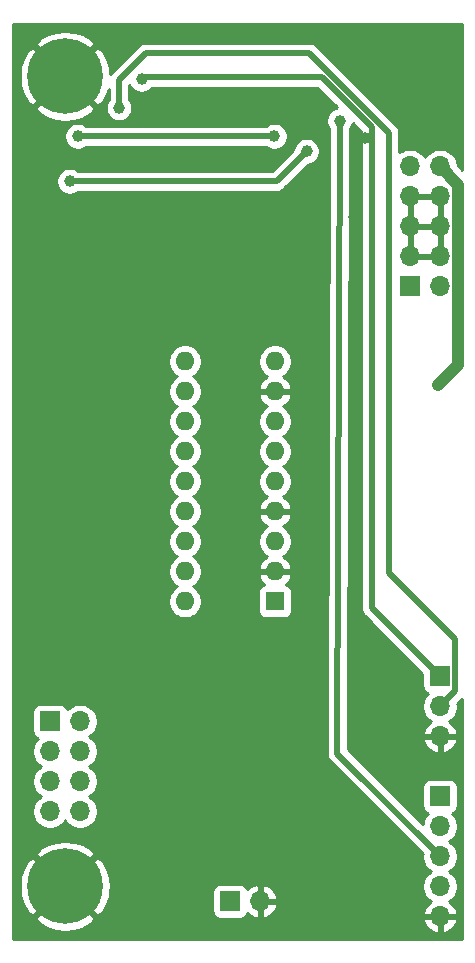
<source format=gbr>
G04 #@! TF.GenerationSoftware,KiCad,Pcbnew,5.1.6-c6e7f7d~86~ubuntu18.04.1*
G04 #@! TF.CreationDate,2020-06-20T09:56:21-04:00*
G04 #@! TF.ProjectId,five_pulser_board,66697665-5f70-4756-9c73-65725f626f61,rev?*
G04 #@! TF.SameCoordinates,Original*
G04 #@! TF.FileFunction,Copper,L2,Bot*
G04 #@! TF.FilePolarity,Positive*
%FSLAX46Y46*%
G04 Gerber Fmt 4.6, Leading zero omitted, Abs format (unit mm)*
G04 Created by KiCad (PCBNEW 5.1.6-c6e7f7d~86~ubuntu18.04.1) date 2020-06-20 09:56:21*
%MOMM*%
%LPD*%
G01*
G04 APERTURE LIST*
G04 #@! TA.AperFunction,ComponentPad*
%ADD10O,1.700000X1.700000*%
G04 #@! TD*
G04 #@! TA.AperFunction,ComponentPad*
%ADD11R,1.700000X1.700000*%
G04 #@! TD*
G04 #@! TA.AperFunction,ComponentPad*
%ADD12O,1.600000X1.600000*%
G04 #@! TD*
G04 #@! TA.AperFunction,ComponentPad*
%ADD13R,1.600000X1.600000*%
G04 #@! TD*
G04 #@! TA.AperFunction,ComponentPad*
%ADD14C,0.800000*%
G04 #@! TD*
G04 #@! TA.AperFunction,ComponentPad*
%ADD15C,6.400000*%
G04 #@! TD*
G04 #@! TA.AperFunction,ViaPad*
%ADD16C,1.000000*%
G04 #@! TD*
G04 #@! TA.AperFunction,Conductor*
%ADD17C,0.500000*%
G04 #@! TD*
G04 #@! TA.AperFunction,Conductor*
%ADD18C,1.000000*%
G04 #@! TD*
G04 #@! TA.AperFunction,Conductor*
%ADD19C,0.254000*%
G04 #@! TD*
G04 APERTURE END LIST*
D10*
X113030000Y-50800000D03*
X110490000Y-50800000D03*
X113030000Y-53340000D03*
X110490000Y-53340000D03*
X113030000Y-55880000D03*
X110490000Y-55880000D03*
X113030000Y-58420000D03*
X110490000Y-58420000D03*
X113030000Y-60960000D03*
D11*
X110490000Y-60960000D03*
D10*
X82550000Y-105410000D03*
X80010000Y-105410000D03*
X82550000Y-102870000D03*
X80010000Y-102870000D03*
X82550000Y-100330000D03*
X80010000Y-100330000D03*
X82550000Y-97790000D03*
D11*
X80010000Y-97790000D03*
D12*
X91440000Y-87630000D03*
X99060000Y-67310000D03*
X91440000Y-85090000D03*
X99060000Y-69850000D03*
X91440000Y-82550000D03*
X99060000Y-72390000D03*
X91440000Y-80010000D03*
X99060000Y-74930000D03*
X91440000Y-77470000D03*
X99060000Y-77470000D03*
X91440000Y-74930000D03*
X99060000Y-80010000D03*
X91440000Y-72390000D03*
X99060000Y-82550000D03*
X91440000Y-69850000D03*
X99060000Y-85090000D03*
X91440000Y-67310000D03*
D13*
X99060000Y-87630000D03*
D10*
X97790000Y-113030000D03*
D11*
X95250000Y-113030000D03*
D10*
X113030000Y-99060000D03*
X113030000Y-96520000D03*
D11*
X113030000Y-93980000D03*
D10*
X113030000Y-114300000D03*
X113030000Y-111760000D03*
X113030000Y-109220000D03*
X113030000Y-106680000D03*
D11*
X113030000Y-104140000D03*
D14*
X82977056Y-41482944D03*
X81280000Y-40780000D03*
X79582944Y-41482944D03*
X78880000Y-43180000D03*
X79582944Y-44877056D03*
X81280000Y-45580000D03*
X82977056Y-44877056D03*
X83680000Y-43180000D03*
D15*
X81280000Y-43180000D03*
D14*
X82977056Y-110062944D03*
X81280000Y-109360000D03*
X79582944Y-110062944D03*
X78880000Y-111760000D03*
X79582944Y-113457056D03*
X81280000Y-114160000D03*
X82977056Y-113457056D03*
X83680000Y-111760000D03*
D15*
X81280000Y-111760000D03*
D16*
X104521000Y-46926500D03*
X112268000Y-46228000D03*
X110109000Y-43751500D03*
X93980000Y-96901000D03*
X90741500Y-93916500D03*
X93980000Y-101600000D03*
X93980000Y-105410000D03*
X114046000Y-40068500D03*
X96647000Y-39433500D03*
X106680000Y-48387000D03*
X105727500Y-55054500D03*
X105791000Y-79946500D03*
X105727500Y-69850000D03*
X105791000Y-62230000D03*
X101727000Y-49530000D03*
X81661000Y-52070009D03*
X85852000Y-45847000D03*
X87757000Y-43434000D03*
X112839500Y-69342000D03*
X82359500Y-48260000D03*
X98996500Y-48260000D03*
D17*
X104330500Y-100520500D02*
X113030000Y-109220000D01*
X104521000Y-46926500D02*
X104330500Y-100520500D01*
X99186991Y-52070009D02*
X81661000Y-52070009D01*
X101727000Y-49530000D02*
X99186991Y-52070009D01*
X114330001Y-95219999D02*
X114330001Y-90835001D01*
X113030000Y-96520000D02*
X114330001Y-95219999D01*
X114330001Y-90835001D02*
X108712000Y-85217000D01*
X108712000Y-47959536D02*
X101963964Y-41211500D01*
X108712000Y-85217000D02*
X108712000Y-47959536D01*
X101963964Y-41211500D02*
X88138000Y-41211500D01*
X85852000Y-43497500D02*
X85852000Y-45847000D01*
X88138000Y-41211500D02*
X85852000Y-43497500D01*
X103006002Y-43243500D02*
X87947500Y-43243500D01*
X107251500Y-47488998D02*
X103006002Y-43243500D01*
X113030000Y-93980000D02*
X107251500Y-88201500D01*
X87947500Y-43243500D02*
X87757000Y-43434000D01*
X107251500Y-88201500D02*
X107251500Y-49657000D01*
X107251500Y-49657000D02*
X107251500Y-47488998D01*
D18*
X114580001Y-52350001D02*
X113030000Y-50800000D01*
X114580001Y-67601499D02*
X114580001Y-52350001D01*
X112839500Y-69342000D02*
X114580001Y-67601499D01*
D17*
X82359500Y-48260000D02*
X98996500Y-48260000D01*
D19*
G36*
X114910001Y-51074869D02*
G01*
X114515000Y-50679869D01*
X114515000Y-50653740D01*
X114457932Y-50366842D01*
X114345990Y-50096589D01*
X114183475Y-49853368D01*
X113976632Y-49646525D01*
X113733411Y-49484010D01*
X113463158Y-49372068D01*
X113176260Y-49315000D01*
X112883740Y-49315000D01*
X112596842Y-49372068D01*
X112326589Y-49484010D01*
X112083368Y-49646525D01*
X111876525Y-49853368D01*
X111760000Y-50027760D01*
X111643475Y-49853368D01*
X111436632Y-49646525D01*
X111193411Y-49484010D01*
X110923158Y-49372068D01*
X110636260Y-49315000D01*
X110343740Y-49315000D01*
X110056842Y-49372068D01*
X109786589Y-49484010D01*
X109597000Y-49610689D01*
X109597000Y-48003002D01*
X109601281Y-47959535D01*
X109597000Y-47916069D01*
X109597000Y-47916059D01*
X109584195Y-47786046D01*
X109533589Y-47619223D01*
X109451411Y-47465477D01*
X109387667Y-47387805D01*
X109368532Y-47364489D01*
X109368530Y-47364487D01*
X109340817Y-47330719D01*
X109307049Y-47303006D01*
X102620498Y-40616456D01*
X102592781Y-40582683D01*
X102458023Y-40472089D01*
X102304277Y-40389911D01*
X102137454Y-40339305D01*
X102007441Y-40326500D01*
X102007433Y-40326500D01*
X101963964Y-40322219D01*
X101920495Y-40326500D01*
X88181465Y-40326500D01*
X88137999Y-40322219D01*
X88094533Y-40326500D01*
X88094523Y-40326500D01*
X87964510Y-40339305D01*
X87797687Y-40389911D01*
X87643941Y-40472089D01*
X87643939Y-40472090D01*
X87643940Y-40472090D01*
X87542953Y-40554968D01*
X87542951Y-40554970D01*
X87509183Y-40582683D01*
X87481470Y-40616451D01*
X85256956Y-42840966D01*
X85223183Y-42868683D01*
X85114734Y-43000828D01*
X85064178Y-42452062D01*
X84849452Y-41727792D01*
X84497555Y-41059330D01*
X84470548Y-41018912D01*
X83980881Y-40658724D01*
X81459605Y-43180000D01*
X83980881Y-45701276D01*
X84470548Y-45341088D01*
X84830849Y-44677118D01*
X84967000Y-44238272D01*
X84967001Y-45128549D01*
X84846176Y-45309376D01*
X84760617Y-45515933D01*
X84717000Y-45735212D01*
X84717000Y-45958788D01*
X84760617Y-46178067D01*
X84846176Y-46384624D01*
X84970388Y-46570520D01*
X85128480Y-46728612D01*
X85314376Y-46852824D01*
X85520933Y-46938383D01*
X85740212Y-46982000D01*
X85963788Y-46982000D01*
X86183067Y-46938383D01*
X86389624Y-46852824D01*
X86575520Y-46728612D01*
X86733612Y-46570520D01*
X86857824Y-46384624D01*
X86943383Y-46178067D01*
X86987000Y-45958788D01*
X86987000Y-45735212D01*
X86943383Y-45515933D01*
X86857824Y-45309376D01*
X86737000Y-45128550D01*
X86737000Y-43937400D01*
X86751176Y-43971624D01*
X86875388Y-44157520D01*
X87033480Y-44315612D01*
X87219376Y-44439824D01*
X87425933Y-44525383D01*
X87645212Y-44569000D01*
X87868788Y-44569000D01*
X88088067Y-44525383D01*
X88294624Y-44439824D01*
X88480520Y-44315612D01*
X88638612Y-44157520D01*
X88658003Y-44128500D01*
X102639424Y-44128500D01*
X104320141Y-45809217D01*
X104189933Y-45835117D01*
X103983376Y-45920676D01*
X103797480Y-46044888D01*
X103639388Y-46202980D01*
X103515176Y-46388876D01*
X103429617Y-46595433D01*
X103386000Y-46814712D01*
X103386000Y-47038288D01*
X103429617Y-47257567D01*
X103515176Y-47464124D01*
X103633455Y-47641141D01*
X103445655Y-100475452D01*
X103441219Y-100520500D01*
X103449612Y-100605724D01*
X103457694Y-100690888D01*
X103458149Y-100692408D01*
X103458305Y-100693990D01*
X103483153Y-100775900D01*
X103507707Y-100857890D01*
X103508451Y-100859295D01*
X103508912Y-100860813D01*
X103549230Y-100936243D01*
X103589338Y-101011927D01*
X103590342Y-101013159D01*
X103591090Y-101014559D01*
X103645438Y-101080782D01*
X103699452Y-101147077D01*
X103734337Y-101175915D01*
X111559461Y-109001040D01*
X111545000Y-109073740D01*
X111545000Y-109366260D01*
X111602068Y-109653158D01*
X111714010Y-109923411D01*
X111876525Y-110166632D01*
X112083368Y-110373475D01*
X112257760Y-110490000D01*
X112083368Y-110606525D01*
X111876525Y-110813368D01*
X111714010Y-111056589D01*
X111602068Y-111326842D01*
X111545000Y-111613740D01*
X111545000Y-111906260D01*
X111602068Y-112193158D01*
X111714010Y-112463411D01*
X111876525Y-112706632D01*
X112083368Y-112913475D01*
X112265534Y-113035195D01*
X112148645Y-113104822D01*
X111932412Y-113299731D01*
X111758359Y-113533080D01*
X111633175Y-113795901D01*
X111588524Y-113943110D01*
X111709845Y-114173000D01*
X112903000Y-114173000D01*
X112903000Y-114153000D01*
X113157000Y-114153000D01*
X113157000Y-114173000D01*
X114350155Y-114173000D01*
X114471476Y-113943110D01*
X114426825Y-113795901D01*
X114301641Y-113533080D01*
X114127588Y-113299731D01*
X113911355Y-113104822D01*
X113794466Y-113035195D01*
X113976632Y-112913475D01*
X114183475Y-112706632D01*
X114345990Y-112463411D01*
X114457932Y-112193158D01*
X114515000Y-111906260D01*
X114515000Y-111613740D01*
X114457932Y-111326842D01*
X114345990Y-111056589D01*
X114183475Y-110813368D01*
X113976632Y-110606525D01*
X113802240Y-110490000D01*
X113976632Y-110373475D01*
X114183475Y-110166632D01*
X114345990Y-109923411D01*
X114457932Y-109653158D01*
X114515000Y-109366260D01*
X114515000Y-109073740D01*
X114457932Y-108786842D01*
X114345990Y-108516589D01*
X114183475Y-108273368D01*
X113976632Y-108066525D01*
X113802240Y-107950000D01*
X113976632Y-107833475D01*
X114183475Y-107626632D01*
X114345990Y-107383411D01*
X114457932Y-107113158D01*
X114515000Y-106826260D01*
X114515000Y-106533740D01*
X114457932Y-106246842D01*
X114345990Y-105976589D01*
X114183475Y-105733368D01*
X114051620Y-105601513D01*
X114124180Y-105579502D01*
X114234494Y-105520537D01*
X114331185Y-105441185D01*
X114410537Y-105344494D01*
X114469502Y-105234180D01*
X114505812Y-105114482D01*
X114518072Y-104990000D01*
X114518072Y-103290000D01*
X114505812Y-103165518D01*
X114469502Y-103045820D01*
X114410537Y-102935506D01*
X114331185Y-102838815D01*
X114234494Y-102759463D01*
X114124180Y-102700498D01*
X114004482Y-102664188D01*
X113880000Y-102651928D01*
X112180000Y-102651928D01*
X112055518Y-102664188D01*
X111935820Y-102700498D01*
X111825506Y-102759463D01*
X111728815Y-102838815D01*
X111649463Y-102935506D01*
X111590498Y-103045820D01*
X111554188Y-103165518D01*
X111541928Y-103290000D01*
X111541928Y-104990000D01*
X111554188Y-105114482D01*
X111590498Y-105234180D01*
X111649463Y-105344494D01*
X111728815Y-105441185D01*
X111825506Y-105520537D01*
X111935820Y-105579502D01*
X112008380Y-105601513D01*
X111876525Y-105733368D01*
X111714010Y-105976589D01*
X111602068Y-106246842D01*
X111553348Y-106491770D01*
X105216803Y-100155225D01*
X105219427Y-99416890D01*
X111588524Y-99416890D01*
X111633175Y-99564099D01*
X111758359Y-99826920D01*
X111932412Y-100060269D01*
X112148645Y-100255178D01*
X112398748Y-100404157D01*
X112673109Y-100501481D01*
X112903000Y-100380814D01*
X112903000Y-99187000D01*
X113157000Y-99187000D01*
X113157000Y-100380814D01*
X113386891Y-100501481D01*
X113661252Y-100404157D01*
X113911355Y-100255178D01*
X114127588Y-100060269D01*
X114301641Y-99826920D01*
X114426825Y-99564099D01*
X114471476Y-99416890D01*
X114350155Y-99187000D01*
X113157000Y-99187000D01*
X112903000Y-99187000D01*
X111709845Y-99187000D01*
X111588524Y-99416890D01*
X105219427Y-99416890D01*
X105403437Y-47648785D01*
X105526824Y-47464124D01*
X105612383Y-47257567D01*
X105638283Y-47127359D01*
X106366501Y-47855578D01*
X106366500Y-49700476D01*
X106366501Y-49700486D01*
X106366500Y-88158031D01*
X106362219Y-88201500D01*
X106366500Y-88244969D01*
X106366500Y-88244976D01*
X106379305Y-88374989D01*
X106429911Y-88541812D01*
X106512089Y-88695558D01*
X106622683Y-88830317D01*
X106656456Y-88858034D01*
X111541928Y-93743507D01*
X111541928Y-94830000D01*
X111554188Y-94954482D01*
X111590498Y-95074180D01*
X111649463Y-95184494D01*
X111728815Y-95281185D01*
X111825506Y-95360537D01*
X111935820Y-95419502D01*
X112008380Y-95441513D01*
X111876525Y-95573368D01*
X111714010Y-95816589D01*
X111602068Y-96086842D01*
X111545000Y-96373740D01*
X111545000Y-96666260D01*
X111602068Y-96953158D01*
X111714010Y-97223411D01*
X111876525Y-97466632D01*
X112083368Y-97673475D01*
X112265534Y-97795195D01*
X112148645Y-97864822D01*
X111932412Y-98059731D01*
X111758359Y-98293080D01*
X111633175Y-98555901D01*
X111588524Y-98703110D01*
X111709845Y-98933000D01*
X112903000Y-98933000D01*
X112903000Y-98913000D01*
X113157000Y-98913000D01*
X113157000Y-98933000D01*
X114350155Y-98933000D01*
X114471476Y-98703110D01*
X114426825Y-98555901D01*
X114301641Y-98293080D01*
X114127588Y-98059731D01*
X113911355Y-97864822D01*
X113794466Y-97795195D01*
X113976632Y-97673475D01*
X114183475Y-97466632D01*
X114345990Y-97223411D01*
X114457932Y-96953158D01*
X114515000Y-96666260D01*
X114515000Y-96373740D01*
X114500539Y-96301040D01*
X114910000Y-95891579D01*
X114910000Y-116180000D01*
X76860000Y-116180000D01*
X76860000Y-114460881D01*
X78758724Y-114460881D01*
X79118912Y-114950548D01*
X79782882Y-115310849D01*
X80504385Y-115534694D01*
X81255695Y-115613480D01*
X82007938Y-115544178D01*
X82732208Y-115329452D01*
X83400670Y-114977555D01*
X83441088Y-114950548D01*
X83657096Y-114656890D01*
X111588524Y-114656890D01*
X111633175Y-114804099D01*
X111758359Y-115066920D01*
X111932412Y-115300269D01*
X112148645Y-115495178D01*
X112398748Y-115644157D01*
X112673109Y-115741481D01*
X112903000Y-115620814D01*
X112903000Y-114427000D01*
X113157000Y-114427000D01*
X113157000Y-115620814D01*
X113386891Y-115741481D01*
X113661252Y-115644157D01*
X113911355Y-115495178D01*
X114127588Y-115300269D01*
X114301641Y-115066920D01*
X114426825Y-114804099D01*
X114471476Y-114656890D01*
X114350155Y-114427000D01*
X113157000Y-114427000D01*
X112903000Y-114427000D01*
X111709845Y-114427000D01*
X111588524Y-114656890D01*
X83657096Y-114656890D01*
X83801276Y-114460881D01*
X81280000Y-111939605D01*
X78758724Y-114460881D01*
X76860000Y-114460881D01*
X76860000Y-111735695D01*
X77426520Y-111735695D01*
X77495822Y-112487938D01*
X77710548Y-113212208D01*
X78062445Y-113880670D01*
X78089452Y-113921088D01*
X78579119Y-114281276D01*
X81100395Y-111760000D01*
X81459605Y-111760000D01*
X83980881Y-114281276D01*
X84470548Y-113921088D01*
X84830849Y-113257118D01*
X85054694Y-112535615D01*
X85091985Y-112180000D01*
X93761928Y-112180000D01*
X93761928Y-113880000D01*
X93774188Y-114004482D01*
X93810498Y-114124180D01*
X93869463Y-114234494D01*
X93948815Y-114331185D01*
X94045506Y-114410537D01*
X94155820Y-114469502D01*
X94275518Y-114505812D01*
X94400000Y-114518072D01*
X96100000Y-114518072D01*
X96224482Y-114505812D01*
X96344180Y-114469502D01*
X96454494Y-114410537D01*
X96551185Y-114331185D01*
X96630537Y-114234494D01*
X96689502Y-114124180D01*
X96713966Y-114043534D01*
X96789731Y-114127588D01*
X97023080Y-114301641D01*
X97285901Y-114426825D01*
X97433110Y-114471476D01*
X97663000Y-114350155D01*
X97663000Y-113157000D01*
X97917000Y-113157000D01*
X97917000Y-114350155D01*
X98146890Y-114471476D01*
X98294099Y-114426825D01*
X98556920Y-114301641D01*
X98790269Y-114127588D01*
X98985178Y-113911355D01*
X99134157Y-113661252D01*
X99231481Y-113386891D01*
X99110814Y-113157000D01*
X97917000Y-113157000D01*
X97663000Y-113157000D01*
X97643000Y-113157000D01*
X97643000Y-112903000D01*
X97663000Y-112903000D01*
X97663000Y-111709845D01*
X97917000Y-111709845D01*
X97917000Y-112903000D01*
X99110814Y-112903000D01*
X99231481Y-112673109D01*
X99134157Y-112398748D01*
X98985178Y-112148645D01*
X98790269Y-111932412D01*
X98556920Y-111758359D01*
X98294099Y-111633175D01*
X98146890Y-111588524D01*
X97917000Y-111709845D01*
X97663000Y-111709845D01*
X97433110Y-111588524D01*
X97285901Y-111633175D01*
X97023080Y-111758359D01*
X96789731Y-111932412D01*
X96713966Y-112016466D01*
X96689502Y-111935820D01*
X96630537Y-111825506D01*
X96551185Y-111728815D01*
X96454494Y-111649463D01*
X96344180Y-111590498D01*
X96224482Y-111554188D01*
X96100000Y-111541928D01*
X94400000Y-111541928D01*
X94275518Y-111554188D01*
X94155820Y-111590498D01*
X94045506Y-111649463D01*
X93948815Y-111728815D01*
X93869463Y-111825506D01*
X93810498Y-111935820D01*
X93774188Y-112055518D01*
X93761928Y-112180000D01*
X85091985Y-112180000D01*
X85133480Y-111784305D01*
X85064178Y-111032062D01*
X84849452Y-110307792D01*
X84497555Y-109639330D01*
X84470548Y-109598912D01*
X83980881Y-109238724D01*
X81459605Y-111760000D01*
X81100395Y-111760000D01*
X78579119Y-109238724D01*
X78089452Y-109598912D01*
X77729151Y-110262882D01*
X77505306Y-110984385D01*
X77426520Y-111735695D01*
X76860000Y-111735695D01*
X76860000Y-109059119D01*
X78758724Y-109059119D01*
X81280000Y-111580395D01*
X83801276Y-109059119D01*
X83441088Y-108569452D01*
X82777118Y-108209151D01*
X82055615Y-107985306D01*
X81304305Y-107906520D01*
X80552062Y-107975822D01*
X79827792Y-108190548D01*
X79159330Y-108542445D01*
X79118912Y-108569452D01*
X78758724Y-109059119D01*
X76860000Y-109059119D01*
X76860000Y-96940000D01*
X78521928Y-96940000D01*
X78521928Y-98640000D01*
X78534188Y-98764482D01*
X78570498Y-98884180D01*
X78629463Y-98994494D01*
X78708815Y-99091185D01*
X78805506Y-99170537D01*
X78915820Y-99229502D01*
X78988380Y-99251513D01*
X78856525Y-99383368D01*
X78694010Y-99626589D01*
X78582068Y-99896842D01*
X78525000Y-100183740D01*
X78525000Y-100476260D01*
X78582068Y-100763158D01*
X78694010Y-101033411D01*
X78856525Y-101276632D01*
X79063368Y-101483475D01*
X79237760Y-101600000D01*
X79063368Y-101716525D01*
X78856525Y-101923368D01*
X78694010Y-102166589D01*
X78582068Y-102436842D01*
X78525000Y-102723740D01*
X78525000Y-103016260D01*
X78582068Y-103303158D01*
X78694010Y-103573411D01*
X78856525Y-103816632D01*
X79063368Y-104023475D01*
X79237760Y-104140000D01*
X79063368Y-104256525D01*
X78856525Y-104463368D01*
X78694010Y-104706589D01*
X78582068Y-104976842D01*
X78525000Y-105263740D01*
X78525000Y-105556260D01*
X78582068Y-105843158D01*
X78694010Y-106113411D01*
X78856525Y-106356632D01*
X79063368Y-106563475D01*
X79306589Y-106725990D01*
X79576842Y-106837932D01*
X79863740Y-106895000D01*
X80156260Y-106895000D01*
X80443158Y-106837932D01*
X80713411Y-106725990D01*
X80956632Y-106563475D01*
X81163475Y-106356632D01*
X81280000Y-106182240D01*
X81396525Y-106356632D01*
X81603368Y-106563475D01*
X81846589Y-106725990D01*
X82116842Y-106837932D01*
X82403740Y-106895000D01*
X82696260Y-106895000D01*
X82983158Y-106837932D01*
X83253411Y-106725990D01*
X83496632Y-106563475D01*
X83703475Y-106356632D01*
X83865990Y-106113411D01*
X83977932Y-105843158D01*
X84035000Y-105556260D01*
X84035000Y-105263740D01*
X83977932Y-104976842D01*
X83865990Y-104706589D01*
X83703475Y-104463368D01*
X83496632Y-104256525D01*
X83322240Y-104140000D01*
X83496632Y-104023475D01*
X83703475Y-103816632D01*
X83865990Y-103573411D01*
X83977932Y-103303158D01*
X84035000Y-103016260D01*
X84035000Y-102723740D01*
X83977932Y-102436842D01*
X83865990Y-102166589D01*
X83703475Y-101923368D01*
X83496632Y-101716525D01*
X83322240Y-101600000D01*
X83496632Y-101483475D01*
X83703475Y-101276632D01*
X83865990Y-101033411D01*
X83977932Y-100763158D01*
X84035000Y-100476260D01*
X84035000Y-100183740D01*
X83977932Y-99896842D01*
X83865990Y-99626589D01*
X83703475Y-99383368D01*
X83496632Y-99176525D01*
X83322240Y-99060000D01*
X83496632Y-98943475D01*
X83703475Y-98736632D01*
X83865990Y-98493411D01*
X83977932Y-98223158D01*
X84035000Y-97936260D01*
X84035000Y-97643740D01*
X83977932Y-97356842D01*
X83865990Y-97086589D01*
X83703475Y-96843368D01*
X83496632Y-96636525D01*
X83253411Y-96474010D01*
X82983158Y-96362068D01*
X82696260Y-96305000D01*
X82403740Y-96305000D01*
X82116842Y-96362068D01*
X81846589Y-96474010D01*
X81603368Y-96636525D01*
X81471513Y-96768380D01*
X81449502Y-96695820D01*
X81390537Y-96585506D01*
X81311185Y-96488815D01*
X81214494Y-96409463D01*
X81104180Y-96350498D01*
X80984482Y-96314188D01*
X80860000Y-96301928D01*
X79160000Y-96301928D01*
X79035518Y-96314188D01*
X78915820Y-96350498D01*
X78805506Y-96409463D01*
X78708815Y-96488815D01*
X78629463Y-96585506D01*
X78570498Y-96695820D01*
X78534188Y-96815518D01*
X78521928Y-96940000D01*
X76860000Y-96940000D01*
X76860000Y-67168665D01*
X90005000Y-67168665D01*
X90005000Y-67451335D01*
X90060147Y-67728574D01*
X90168320Y-67989727D01*
X90325363Y-68224759D01*
X90525241Y-68424637D01*
X90757759Y-68580000D01*
X90525241Y-68735363D01*
X90325363Y-68935241D01*
X90168320Y-69170273D01*
X90060147Y-69431426D01*
X90005000Y-69708665D01*
X90005000Y-69991335D01*
X90060147Y-70268574D01*
X90168320Y-70529727D01*
X90325363Y-70764759D01*
X90525241Y-70964637D01*
X90757759Y-71120000D01*
X90525241Y-71275363D01*
X90325363Y-71475241D01*
X90168320Y-71710273D01*
X90060147Y-71971426D01*
X90005000Y-72248665D01*
X90005000Y-72531335D01*
X90060147Y-72808574D01*
X90168320Y-73069727D01*
X90325363Y-73304759D01*
X90525241Y-73504637D01*
X90757759Y-73660000D01*
X90525241Y-73815363D01*
X90325363Y-74015241D01*
X90168320Y-74250273D01*
X90060147Y-74511426D01*
X90005000Y-74788665D01*
X90005000Y-75071335D01*
X90060147Y-75348574D01*
X90168320Y-75609727D01*
X90325363Y-75844759D01*
X90525241Y-76044637D01*
X90757759Y-76200000D01*
X90525241Y-76355363D01*
X90325363Y-76555241D01*
X90168320Y-76790273D01*
X90060147Y-77051426D01*
X90005000Y-77328665D01*
X90005000Y-77611335D01*
X90060147Y-77888574D01*
X90168320Y-78149727D01*
X90325363Y-78384759D01*
X90525241Y-78584637D01*
X90757759Y-78740000D01*
X90525241Y-78895363D01*
X90325363Y-79095241D01*
X90168320Y-79330273D01*
X90060147Y-79591426D01*
X90005000Y-79868665D01*
X90005000Y-80151335D01*
X90060147Y-80428574D01*
X90168320Y-80689727D01*
X90325363Y-80924759D01*
X90525241Y-81124637D01*
X90757759Y-81280000D01*
X90525241Y-81435363D01*
X90325363Y-81635241D01*
X90168320Y-81870273D01*
X90060147Y-82131426D01*
X90005000Y-82408665D01*
X90005000Y-82691335D01*
X90060147Y-82968574D01*
X90168320Y-83229727D01*
X90325363Y-83464759D01*
X90525241Y-83664637D01*
X90757759Y-83820000D01*
X90525241Y-83975363D01*
X90325363Y-84175241D01*
X90168320Y-84410273D01*
X90060147Y-84671426D01*
X90005000Y-84948665D01*
X90005000Y-85231335D01*
X90060147Y-85508574D01*
X90168320Y-85769727D01*
X90325363Y-86004759D01*
X90525241Y-86204637D01*
X90757759Y-86360000D01*
X90525241Y-86515363D01*
X90325363Y-86715241D01*
X90168320Y-86950273D01*
X90060147Y-87211426D01*
X90005000Y-87488665D01*
X90005000Y-87771335D01*
X90060147Y-88048574D01*
X90168320Y-88309727D01*
X90325363Y-88544759D01*
X90525241Y-88744637D01*
X90760273Y-88901680D01*
X91021426Y-89009853D01*
X91298665Y-89065000D01*
X91581335Y-89065000D01*
X91858574Y-89009853D01*
X92119727Y-88901680D01*
X92354759Y-88744637D01*
X92554637Y-88544759D01*
X92711680Y-88309727D01*
X92819853Y-88048574D01*
X92875000Y-87771335D01*
X92875000Y-87488665D01*
X92819853Y-87211426D01*
X92711680Y-86950273D01*
X92631317Y-86830000D01*
X97621928Y-86830000D01*
X97621928Y-88430000D01*
X97634188Y-88554482D01*
X97670498Y-88674180D01*
X97729463Y-88784494D01*
X97808815Y-88881185D01*
X97905506Y-88960537D01*
X98015820Y-89019502D01*
X98135518Y-89055812D01*
X98260000Y-89068072D01*
X99860000Y-89068072D01*
X99984482Y-89055812D01*
X100104180Y-89019502D01*
X100214494Y-88960537D01*
X100311185Y-88881185D01*
X100390537Y-88784494D01*
X100449502Y-88674180D01*
X100485812Y-88554482D01*
X100498072Y-88430000D01*
X100498072Y-86830000D01*
X100485812Y-86705518D01*
X100449502Y-86585820D01*
X100390537Y-86475506D01*
X100311185Y-86378815D01*
X100214494Y-86299463D01*
X100104180Y-86240498D01*
X99984482Y-86204188D01*
X99959920Y-86201769D01*
X100123519Y-86053414D01*
X100291037Y-85827420D01*
X100411246Y-85573087D01*
X100451904Y-85439039D01*
X100329915Y-85217000D01*
X99187000Y-85217000D01*
X99187000Y-85237000D01*
X98933000Y-85237000D01*
X98933000Y-85217000D01*
X97790085Y-85217000D01*
X97668096Y-85439039D01*
X97708754Y-85573087D01*
X97828963Y-85827420D01*
X97996481Y-86053414D01*
X98160080Y-86201769D01*
X98135518Y-86204188D01*
X98015820Y-86240498D01*
X97905506Y-86299463D01*
X97808815Y-86378815D01*
X97729463Y-86475506D01*
X97670498Y-86585820D01*
X97634188Y-86705518D01*
X97621928Y-86830000D01*
X92631317Y-86830000D01*
X92554637Y-86715241D01*
X92354759Y-86515363D01*
X92122241Y-86360000D01*
X92354759Y-86204637D01*
X92554637Y-86004759D01*
X92711680Y-85769727D01*
X92819853Y-85508574D01*
X92875000Y-85231335D01*
X92875000Y-84948665D01*
X92819853Y-84671426D01*
X92711680Y-84410273D01*
X92554637Y-84175241D01*
X92354759Y-83975363D01*
X92122241Y-83820000D01*
X92354759Y-83664637D01*
X92554637Y-83464759D01*
X92711680Y-83229727D01*
X92819853Y-82968574D01*
X92875000Y-82691335D01*
X92875000Y-82408665D01*
X97625000Y-82408665D01*
X97625000Y-82691335D01*
X97680147Y-82968574D01*
X97788320Y-83229727D01*
X97945363Y-83464759D01*
X98145241Y-83664637D01*
X98380273Y-83821680D01*
X98390865Y-83826067D01*
X98204869Y-83937615D01*
X97996481Y-84126586D01*
X97828963Y-84352580D01*
X97708754Y-84606913D01*
X97668096Y-84740961D01*
X97790085Y-84963000D01*
X98933000Y-84963000D01*
X98933000Y-84943000D01*
X99187000Y-84943000D01*
X99187000Y-84963000D01*
X100329915Y-84963000D01*
X100451904Y-84740961D01*
X100411246Y-84606913D01*
X100291037Y-84352580D01*
X100123519Y-84126586D01*
X99915131Y-83937615D01*
X99729135Y-83826067D01*
X99739727Y-83821680D01*
X99974759Y-83664637D01*
X100174637Y-83464759D01*
X100331680Y-83229727D01*
X100439853Y-82968574D01*
X100495000Y-82691335D01*
X100495000Y-82408665D01*
X100439853Y-82131426D01*
X100331680Y-81870273D01*
X100174637Y-81635241D01*
X99974759Y-81435363D01*
X99739727Y-81278320D01*
X99729135Y-81273933D01*
X99915131Y-81162385D01*
X100123519Y-80973414D01*
X100291037Y-80747420D01*
X100411246Y-80493087D01*
X100451904Y-80359039D01*
X100329915Y-80137000D01*
X99187000Y-80137000D01*
X99187000Y-80157000D01*
X98933000Y-80157000D01*
X98933000Y-80137000D01*
X97790085Y-80137000D01*
X97668096Y-80359039D01*
X97708754Y-80493087D01*
X97828963Y-80747420D01*
X97996481Y-80973414D01*
X98204869Y-81162385D01*
X98390865Y-81273933D01*
X98380273Y-81278320D01*
X98145241Y-81435363D01*
X97945363Y-81635241D01*
X97788320Y-81870273D01*
X97680147Y-82131426D01*
X97625000Y-82408665D01*
X92875000Y-82408665D01*
X92819853Y-82131426D01*
X92711680Y-81870273D01*
X92554637Y-81635241D01*
X92354759Y-81435363D01*
X92122241Y-81280000D01*
X92354759Y-81124637D01*
X92554637Y-80924759D01*
X92711680Y-80689727D01*
X92819853Y-80428574D01*
X92875000Y-80151335D01*
X92875000Y-79868665D01*
X92819853Y-79591426D01*
X92711680Y-79330273D01*
X92554637Y-79095241D01*
X92354759Y-78895363D01*
X92122241Y-78740000D01*
X92354759Y-78584637D01*
X92554637Y-78384759D01*
X92711680Y-78149727D01*
X92819853Y-77888574D01*
X92875000Y-77611335D01*
X92875000Y-77328665D01*
X92819853Y-77051426D01*
X92711680Y-76790273D01*
X92554637Y-76555241D01*
X92354759Y-76355363D01*
X92122241Y-76200000D01*
X92354759Y-76044637D01*
X92554637Y-75844759D01*
X92711680Y-75609727D01*
X92819853Y-75348574D01*
X92875000Y-75071335D01*
X92875000Y-74788665D01*
X92819853Y-74511426D01*
X92711680Y-74250273D01*
X92554637Y-74015241D01*
X92354759Y-73815363D01*
X92122241Y-73660000D01*
X92354759Y-73504637D01*
X92554637Y-73304759D01*
X92711680Y-73069727D01*
X92819853Y-72808574D01*
X92875000Y-72531335D01*
X92875000Y-72248665D01*
X97625000Y-72248665D01*
X97625000Y-72531335D01*
X97680147Y-72808574D01*
X97788320Y-73069727D01*
X97945363Y-73304759D01*
X98145241Y-73504637D01*
X98377759Y-73660000D01*
X98145241Y-73815363D01*
X97945363Y-74015241D01*
X97788320Y-74250273D01*
X97680147Y-74511426D01*
X97625000Y-74788665D01*
X97625000Y-75071335D01*
X97680147Y-75348574D01*
X97788320Y-75609727D01*
X97945363Y-75844759D01*
X98145241Y-76044637D01*
X98377759Y-76200000D01*
X98145241Y-76355363D01*
X97945363Y-76555241D01*
X97788320Y-76790273D01*
X97680147Y-77051426D01*
X97625000Y-77328665D01*
X97625000Y-77611335D01*
X97680147Y-77888574D01*
X97788320Y-78149727D01*
X97945363Y-78384759D01*
X98145241Y-78584637D01*
X98380273Y-78741680D01*
X98390865Y-78746067D01*
X98204869Y-78857615D01*
X97996481Y-79046586D01*
X97828963Y-79272580D01*
X97708754Y-79526913D01*
X97668096Y-79660961D01*
X97790085Y-79883000D01*
X98933000Y-79883000D01*
X98933000Y-79863000D01*
X99187000Y-79863000D01*
X99187000Y-79883000D01*
X100329915Y-79883000D01*
X100451904Y-79660961D01*
X100411246Y-79526913D01*
X100291037Y-79272580D01*
X100123519Y-79046586D01*
X99915131Y-78857615D01*
X99729135Y-78746067D01*
X99739727Y-78741680D01*
X99974759Y-78584637D01*
X100174637Y-78384759D01*
X100331680Y-78149727D01*
X100439853Y-77888574D01*
X100495000Y-77611335D01*
X100495000Y-77328665D01*
X100439853Y-77051426D01*
X100331680Y-76790273D01*
X100174637Y-76555241D01*
X99974759Y-76355363D01*
X99742241Y-76200000D01*
X99974759Y-76044637D01*
X100174637Y-75844759D01*
X100331680Y-75609727D01*
X100439853Y-75348574D01*
X100495000Y-75071335D01*
X100495000Y-74788665D01*
X100439853Y-74511426D01*
X100331680Y-74250273D01*
X100174637Y-74015241D01*
X99974759Y-73815363D01*
X99742241Y-73660000D01*
X99974759Y-73504637D01*
X100174637Y-73304759D01*
X100331680Y-73069727D01*
X100439853Y-72808574D01*
X100495000Y-72531335D01*
X100495000Y-72248665D01*
X100439853Y-71971426D01*
X100331680Y-71710273D01*
X100174637Y-71475241D01*
X99974759Y-71275363D01*
X99739727Y-71118320D01*
X99729135Y-71113933D01*
X99915131Y-71002385D01*
X100123519Y-70813414D01*
X100291037Y-70587420D01*
X100411246Y-70333087D01*
X100451904Y-70199039D01*
X100329915Y-69977000D01*
X99187000Y-69977000D01*
X99187000Y-69997000D01*
X98933000Y-69997000D01*
X98933000Y-69977000D01*
X97790085Y-69977000D01*
X97668096Y-70199039D01*
X97708754Y-70333087D01*
X97828963Y-70587420D01*
X97996481Y-70813414D01*
X98204869Y-71002385D01*
X98390865Y-71113933D01*
X98380273Y-71118320D01*
X98145241Y-71275363D01*
X97945363Y-71475241D01*
X97788320Y-71710273D01*
X97680147Y-71971426D01*
X97625000Y-72248665D01*
X92875000Y-72248665D01*
X92819853Y-71971426D01*
X92711680Y-71710273D01*
X92554637Y-71475241D01*
X92354759Y-71275363D01*
X92122241Y-71120000D01*
X92354759Y-70964637D01*
X92554637Y-70764759D01*
X92711680Y-70529727D01*
X92819853Y-70268574D01*
X92875000Y-69991335D01*
X92875000Y-69708665D01*
X92819853Y-69431426D01*
X92711680Y-69170273D01*
X92554637Y-68935241D01*
X92354759Y-68735363D01*
X92122241Y-68580000D01*
X92354759Y-68424637D01*
X92554637Y-68224759D01*
X92711680Y-67989727D01*
X92819853Y-67728574D01*
X92875000Y-67451335D01*
X92875000Y-67168665D01*
X97625000Y-67168665D01*
X97625000Y-67451335D01*
X97680147Y-67728574D01*
X97788320Y-67989727D01*
X97945363Y-68224759D01*
X98145241Y-68424637D01*
X98380273Y-68581680D01*
X98390865Y-68586067D01*
X98204869Y-68697615D01*
X97996481Y-68886586D01*
X97828963Y-69112580D01*
X97708754Y-69366913D01*
X97668096Y-69500961D01*
X97790085Y-69723000D01*
X98933000Y-69723000D01*
X98933000Y-69703000D01*
X99187000Y-69703000D01*
X99187000Y-69723000D01*
X100329915Y-69723000D01*
X100451904Y-69500961D01*
X100411246Y-69366913D01*
X100291037Y-69112580D01*
X100123519Y-68886586D01*
X99915131Y-68697615D01*
X99729135Y-68586067D01*
X99739727Y-68581680D01*
X99974759Y-68424637D01*
X100174637Y-68224759D01*
X100331680Y-67989727D01*
X100439853Y-67728574D01*
X100495000Y-67451335D01*
X100495000Y-67168665D01*
X100439853Y-66891426D01*
X100331680Y-66630273D01*
X100174637Y-66395241D01*
X99974759Y-66195363D01*
X99739727Y-66038320D01*
X99478574Y-65930147D01*
X99201335Y-65875000D01*
X98918665Y-65875000D01*
X98641426Y-65930147D01*
X98380273Y-66038320D01*
X98145241Y-66195363D01*
X97945363Y-66395241D01*
X97788320Y-66630273D01*
X97680147Y-66891426D01*
X97625000Y-67168665D01*
X92875000Y-67168665D01*
X92819853Y-66891426D01*
X92711680Y-66630273D01*
X92554637Y-66395241D01*
X92354759Y-66195363D01*
X92119727Y-66038320D01*
X91858574Y-65930147D01*
X91581335Y-65875000D01*
X91298665Y-65875000D01*
X91021426Y-65930147D01*
X90760273Y-66038320D01*
X90525241Y-66195363D01*
X90325363Y-66395241D01*
X90168320Y-66630273D01*
X90060147Y-66891426D01*
X90005000Y-67168665D01*
X76860000Y-67168665D01*
X76860000Y-51958221D01*
X80526000Y-51958221D01*
X80526000Y-52181797D01*
X80569617Y-52401076D01*
X80655176Y-52607633D01*
X80779388Y-52793529D01*
X80937480Y-52951621D01*
X81123376Y-53075833D01*
X81329933Y-53161392D01*
X81549212Y-53205009D01*
X81772788Y-53205009D01*
X81992067Y-53161392D01*
X82198624Y-53075833D01*
X82379450Y-52955009D01*
X99143522Y-52955009D01*
X99186991Y-52959290D01*
X99230460Y-52955009D01*
X99230468Y-52955009D01*
X99360481Y-52942204D01*
X99527304Y-52891598D01*
X99681050Y-52809420D01*
X99815808Y-52698826D01*
X99843525Y-52665053D01*
X101844768Y-50663810D01*
X102058067Y-50621383D01*
X102264624Y-50535824D01*
X102450520Y-50411612D01*
X102608612Y-50253520D01*
X102732824Y-50067624D01*
X102818383Y-49861067D01*
X102862000Y-49641788D01*
X102862000Y-49418212D01*
X102818383Y-49198933D01*
X102732824Y-48992376D01*
X102608612Y-48806480D01*
X102450520Y-48648388D01*
X102264624Y-48524176D01*
X102058067Y-48438617D01*
X101838788Y-48395000D01*
X101615212Y-48395000D01*
X101395933Y-48438617D01*
X101189376Y-48524176D01*
X101003480Y-48648388D01*
X100845388Y-48806480D01*
X100721176Y-48992376D01*
X100635617Y-49198933D01*
X100593190Y-49412232D01*
X98820413Y-51185009D01*
X82379450Y-51185009D01*
X82198624Y-51064185D01*
X81992067Y-50978626D01*
X81772788Y-50935009D01*
X81549212Y-50935009D01*
X81329933Y-50978626D01*
X81123376Y-51064185D01*
X80937480Y-51188397D01*
X80779388Y-51346489D01*
X80655176Y-51532385D01*
X80569617Y-51738942D01*
X80526000Y-51958221D01*
X76860000Y-51958221D01*
X76860000Y-48148212D01*
X81224500Y-48148212D01*
X81224500Y-48371788D01*
X81268117Y-48591067D01*
X81353676Y-48797624D01*
X81477888Y-48983520D01*
X81635980Y-49141612D01*
X81821876Y-49265824D01*
X82028433Y-49351383D01*
X82247712Y-49395000D01*
X82471288Y-49395000D01*
X82690567Y-49351383D01*
X82897124Y-49265824D01*
X83077950Y-49145000D01*
X98278050Y-49145000D01*
X98458876Y-49265824D01*
X98665433Y-49351383D01*
X98884712Y-49395000D01*
X99108288Y-49395000D01*
X99327567Y-49351383D01*
X99534124Y-49265824D01*
X99720020Y-49141612D01*
X99878112Y-48983520D01*
X100002324Y-48797624D01*
X100087883Y-48591067D01*
X100131500Y-48371788D01*
X100131500Y-48148212D01*
X100087883Y-47928933D01*
X100002324Y-47722376D01*
X99878112Y-47536480D01*
X99720020Y-47378388D01*
X99534124Y-47254176D01*
X99327567Y-47168617D01*
X99108288Y-47125000D01*
X98884712Y-47125000D01*
X98665433Y-47168617D01*
X98458876Y-47254176D01*
X98278050Y-47375000D01*
X83077950Y-47375000D01*
X82897124Y-47254176D01*
X82690567Y-47168617D01*
X82471288Y-47125000D01*
X82247712Y-47125000D01*
X82028433Y-47168617D01*
X81821876Y-47254176D01*
X81635980Y-47378388D01*
X81477888Y-47536480D01*
X81353676Y-47722376D01*
X81268117Y-47928933D01*
X81224500Y-48148212D01*
X76860000Y-48148212D01*
X76860000Y-45880881D01*
X78758724Y-45880881D01*
X79118912Y-46370548D01*
X79782882Y-46730849D01*
X80504385Y-46954694D01*
X81255695Y-47033480D01*
X82007938Y-46964178D01*
X82732208Y-46749452D01*
X83400670Y-46397555D01*
X83441088Y-46370548D01*
X83801276Y-45880881D01*
X81280000Y-43359605D01*
X78758724Y-45880881D01*
X76860000Y-45880881D01*
X76860000Y-43155695D01*
X77426520Y-43155695D01*
X77495822Y-43907938D01*
X77710548Y-44632208D01*
X78062445Y-45300670D01*
X78089452Y-45341088D01*
X78579119Y-45701276D01*
X81100395Y-43180000D01*
X78579119Y-40658724D01*
X78089452Y-41018912D01*
X77729151Y-41682882D01*
X77505306Y-42404385D01*
X77426520Y-43155695D01*
X76860000Y-43155695D01*
X76860000Y-40479119D01*
X78758724Y-40479119D01*
X81280000Y-43000395D01*
X83801276Y-40479119D01*
X83441088Y-39989452D01*
X82777118Y-39629151D01*
X82055615Y-39405306D01*
X81304305Y-39326520D01*
X80552062Y-39395822D01*
X79827792Y-39610548D01*
X79159330Y-39962445D01*
X79118912Y-39989452D01*
X78758724Y-40479119D01*
X76860000Y-40479119D01*
X76860000Y-38760000D01*
X114910001Y-38760000D01*
X114910001Y-51074869D01*
G37*
X114910001Y-51074869D02*
X114515000Y-50679869D01*
X114515000Y-50653740D01*
X114457932Y-50366842D01*
X114345990Y-50096589D01*
X114183475Y-49853368D01*
X113976632Y-49646525D01*
X113733411Y-49484010D01*
X113463158Y-49372068D01*
X113176260Y-49315000D01*
X112883740Y-49315000D01*
X112596842Y-49372068D01*
X112326589Y-49484010D01*
X112083368Y-49646525D01*
X111876525Y-49853368D01*
X111760000Y-50027760D01*
X111643475Y-49853368D01*
X111436632Y-49646525D01*
X111193411Y-49484010D01*
X110923158Y-49372068D01*
X110636260Y-49315000D01*
X110343740Y-49315000D01*
X110056842Y-49372068D01*
X109786589Y-49484010D01*
X109597000Y-49610689D01*
X109597000Y-48003002D01*
X109601281Y-47959535D01*
X109597000Y-47916069D01*
X109597000Y-47916059D01*
X109584195Y-47786046D01*
X109533589Y-47619223D01*
X109451411Y-47465477D01*
X109387667Y-47387805D01*
X109368532Y-47364489D01*
X109368530Y-47364487D01*
X109340817Y-47330719D01*
X109307049Y-47303006D01*
X102620498Y-40616456D01*
X102592781Y-40582683D01*
X102458023Y-40472089D01*
X102304277Y-40389911D01*
X102137454Y-40339305D01*
X102007441Y-40326500D01*
X102007433Y-40326500D01*
X101963964Y-40322219D01*
X101920495Y-40326500D01*
X88181465Y-40326500D01*
X88137999Y-40322219D01*
X88094533Y-40326500D01*
X88094523Y-40326500D01*
X87964510Y-40339305D01*
X87797687Y-40389911D01*
X87643941Y-40472089D01*
X87643939Y-40472090D01*
X87643940Y-40472090D01*
X87542953Y-40554968D01*
X87542951Y-40554970D01*
X87509183Y-40582683D01*
X87481470Y-40616451D01*
X85256956Y-42840966D01*
X85223183Y-42868683D01*
X85114734Y-43000828D01*
X85064178Y-42452062D01*
X84849452Y-41727792D01*
X84497555Y-41059330D01*
X84470548Y-41018912D01*
X83980881Y-40658724D01*
X81459605Y-43180000D01*
X83980881Y-45701276D01*
X84470548Y-45341088D01*
X84830849Y-44677118D01*
X84967000Y-44238272D01*
X84967001Y-45128549D01*
X84846176Y-45309376D01*
X84760617Y-45515933D01*
X84717000Y-45735212D01*
X84717000Y-45958788D01*
X84760617Y-46178067D01*
X84846176Y-46384624D01*
X84970388Y-46570520D01*
X85128480Y-46728612D01*
X85314376Y-46852824D01*
X85520933Y-46938383D01*
X85740212Y-46982000D01*
X85963788Y-46982000D01*
X86183067Y-46938383D01*
X86389624Y-46852824D01*
X86575520Y-46728612D01*
X86733612Y-46570520D01*
X86857824Y-46384624D01*
X86943383Y-46178067D01*
X86987000Y-45958788D01*
X86987000Y-45735212D01*
X86943383Y-45515933D01*
X86857824Y-45309376D01*
X86737000Y-45128550D01*
X86737000Y-43937400D01*
X86751176Y-43971624D01*
X86875388Y-44157520D01*
X87033480Y-44315612D01*
X87219376Y-44439824D01*
X87425933Y-44525383D01*
X87645212Y-44569000D01*
X87868788Y-44569000D01*
X88088067Y-44525383D01*
X88294624Y-44439824D01*
X88480520Y-44315612D01*
X88638612Y-44157520D01*
X88658003Y-44128500D01*
X102639424Y-44128500D01*
X104320141Y-45809217D01*
X104189933Y-45835117D01*
X103983376Y-45920676D01*
X103797480Y-46044888D01*
X103639388Y-46202980D01*
X103515176Y-46388876D01*
X103429617Y-46595433D01*
X103386000Y-46814712D01*
X103386000Y-47038288D01*
X103429617Y-47257567D01*
X103515176Y-47464124D01*
X103633455Y-47641141D01*
X103445655Y-100475452D01*
X103441219Y-100520500D01*
X103449612Y-100605724D01*
X103457694Y-100690888D01*
X103458149Y-100692408D01*
X103458305Y-100693990D01*
X103483153Y-100775900D01*
X103507707Y-100857890D01*
X103508451Y-100859295D01*
X103508912Y-100860813D01*
X103549230Y-100936243D01*
X103589338Y-101011927D01*
X103590342Y-101013159D01*
X103591090Y-101014559D01*
X103645438Y-101080782D01*
X103699452Y-101147077D01*
X103734337Y-101175915D01*
X111559461Y-109001040D01*
X111545000Y-109073740D01*
X111545000Y-109366260D01*
X111602068Y-109653158D01*
X111714010Y-109923411D01*
X111876525Y-110166632D01*
X112083368Y-110373475D01*
X112257760Y-110490000D01*
X112083368Y-110606525D01*
X111876525Y-110813368D01*
X111714010Y-111056589D01*
X111602068Y-111326842D01*
X111545000Y-111613740D01*
X111545000Y-111906260D01*
X111602068Y-112193158D01*
X111714010Y-112463411D01*
X111876525Y-112706632D01*
X112083368Y-112913475D01*
X112265534Y-113035195D01*
X112148645Y-113104822D01*
X111932412Y-113299731D01*
X111758359Y-113533080D01*
X111633175Y-113795901D01*
X111588524Y-113943110D01*
X111709845Y-114173000D01*
X112903000Y-114173000D01*
X112903000Y-114153000D01*
X113157000Y-114153000D01*
X113157000Y-114173000D01*
X114350155Y-114173000D01*
X114471476Y-113943110D01*
X114426825Y-113795901D01*
X114301641Y-113533080D01*
X114127588Y-113299731D01*
X113911355Y-113104822D01*
X113794466Y-113035195D01*
X113976632Y-112913475D01*
X114183475Y-112706632D01*
X114345990Y-112463411D01*
X114457932Y-112193158D01*
X114515000Y-111906260D01*
X114515000Y-111613740D01*
X114457932Y-111326842D01*
X114345990Y-111056589D01*
X114183475Y-110813368D01*
X113976632Y-110606525D01*
X113802240Y-110490000D01*
X113976632Y-110373475D01*
X114183475Y-110166632D01*
X114345990Y-109923411D01*
X114457932Y-109653158D01*
X114515000Y-109366260D01*
X114515000Y-109073740D01*
X114457932Y-108786842D01*
X114345990Y-108516589D01*
X114183475Y-108273368D01*
X113976632Y-108066525D01*
X113802240Y-107950000D01*
X113976632Y-107833475D01*
X114183475Y-107626632D01*
X114345990Y-107383411D01*
X114457932Y-107113158D01*
X114515000Y-106826260D01*
X114515000Y-106533740D01*
X114457932Y-106246842D01*
X114345990Y-105976589D01*
X114183475Y-105733368D01*
X114051620Y-105601513D01*
X114124180Y-105579502D01*
X114234494Y-105520537D01*
X114331185Y-105441185D01*
X114410537Y-105344494D01*
X114469502Y-105234180D01*
X114505812Y-105114482D01*
X114518072Y-104990000D01*
X114518072Y-103290000D01*
X114505812Y-103165518D01*
X114469502Y-103045820D01*
X114410537Y-102935506D01*
X114331185Y-102838815D01*
X114234494Y-102759463D01*
X114124180Y-102700498D01*
X114004482Y-102664188D01*
X113880000Y-102651928D01*
X112180000Y-102651928D01*
X112055518Y-102664188D01*
X111935820Y-102700498D01*
X111825506Y-102759463D01*
X111728815Y-102838815D01*
X111649463Y-102935506D01*
X111590498Y-103045820D01*
X111554188Y-103165518D01*
X111541928Y-103290000D01*
X111541928Y-104990000D01*
X111554188Y-105114482D01*
X111590498Y-105234180D01*
X111649463Y-105344494D01*
X111728815Y-105441185D01*
X111825506Y-105520537D01*
X111935820Y-105579502D01*
X112008380Y-105601513D01*
X111876525Y-105733368D01*
X111714010Y-105976589D01*
X111602068Y-106246842D01*
X111553348Y-106491770D01*
X105216803Y-100155225D01*
X105219427Y-99416890D01*
X111588524Y-99416890D01*
X111633175Y-99564099D01*
X111758359Y-99826920D01*
X111932412Y-100060269D01*
X112148645Y-100255178D01*
X112398748Y-100404157D01*
X112673109Y-100501481D01*
X112903000Y-100380814D01*
X112903000Y-99187000D01*
X113157000Y-99187000D01*
X113157000Y-100380814D01*
X113386891Y-100501481D01*
X113661252Y-100404157D01*
X113911355Y-100255178D01*
X114127588Y-100060269D01*
X114301641Y-99826920D01*
X114426825Y-99564099D01*
X114471476Y-99416890D01*
X114350155Y-99187000D01*
X113157000Y-99187000D01*
X112903000Y-99187000D01*
X111709845Y-99187000D01*
X111588524Y-99416890D01*
X105219427Y-99416890D01*
X105403437Y-47648785D01*
X105526824Y-47464124D01*
X105612383Y-47257567D01*
X105638283Y-47127359D01*
X106366501Y-47855578D01*
X106366500Y-49700476D01*
X106366501Y-49700486D01*
X106366500Y-88158031D01*
X106362219Y-88201500D01*
X106366500Y-88244969D01*
X106366500Y-88244976D01*
X106379305Y-88374989D01*
X106429911Y-88541812D01*
X106512089Y-88695558D01*
X106622683Y-88830317D01*
X106656456Y-88858034D01*
X111541928Y-93743507D01*
X111541928Y-94830000D01*
X111554188Y-94954482D01*
X111590498Y-95074180D01*
X111649463Y-95184494D01*
X111728815Y-95281185D01*
X111825506Y-95360537D01*
X111935820Y-95419502D01*
X112008380Y-95441513D01*
X111876525Y-95573368D01*
X111714010Y-95816589D01*
X111602068Y-96086842D01*
X111545000Y-96373740D01*
X111545000Y-96666260D01*
X111602068Y-96953158D01*
X111714010Y-97223411D01*
X111876525Y-97466632D01*
X112083368Y-97673475D01*
X112265534Y-97795195D01*
X112148645Y-97864822D01*
X111932412Y-98059731D01*
X111758359Y-98293080D01*
X111633175Y-98555901D01*
X111588524Y-98703110D01*
X111709845Y-98933000D01*
X112903000Y-98933000D01*
X112903000Y-98913000D01*
X113157000Y-98913000D01*
X113157000Y-98933000D01*
X114350155Y-98933000D01*
X114471476Y-98703110D01*
X114426825Y-98555901D01*
X114301641Y-98293080D01*
X114127588Y-98059731D01*
X113911355Y-97864822D01*
X113794466Y-97795195D01*
X113976632Y-97673475D01*
X114183475Y-97466632D01*
X114345990Y-97223411D01*
X114457932Y-96953158D01*
X114515000Y-96666260D01*
X114515000Y-96373740D01*
X114500539Y-96301040D01*
X114910000Y-95891579D01*
X114910000Y-116180000D01*
X76860000Y-116180000D01*
X76860000Y-114460881D01*
X78758724Y-114460881D01*
X79118912Y-114950548D01*
X79782882Y-115310849D01*
X80504385Y-115534694D01*
X81255695Y-115613480D01*
X82007938Y-115544178D01*
X82732208Y-115329452D01*
X83400670Y-114977555D01*
X83441088Y-114950548D01*
X83657096Y-114656890D01*
X111588524Y-114656890D01*
X111633175Y-114804099D01*
X111758359Y-115066920D01*
X111932412Y-115300269D01*
X112148645Y-115495178D01*
X112398748Y-115644157D01*
X112673109Y-115741481D01*
X112903000Y-115620814D01*
X112903000Y-114427000D01*
X113157000Y-114427000D01*
X113157000Y-115620814D01*
X113386891Y-115741481D01*
X113661252Y-115644157D01*
X113911355Y-115495178D01*
X114127588Y-115300269D01*
X114301641Y-115066920D01*
X114426825Y-114804099D01*
X114471476Y-114656890D01*
X114350155Y-114427000D01*
X113157000Y-114427000D01*
X112903000Y-114427000D01*
X111709845Y-114427000D01*
X111588524Y-114656890D01*
X83657096Y-114656890D01*
X83801276Y-114460881D01*
X81280000Y-111939605D01*
X78758724Y-114460881D01*
X76860000Y-114460881D01*
X76860000Y-111735695D01*
X77426520Y-111735695D01*
X77495822Y-112487938D01*
X77710548Y-113212208D01*
X78062445Y-113880670D01*
X78089452Y-113921088D01*
X78579119Y-114281276D01*
X81100395Y-111760000D01*
X81459605Y-111760000D01*
X83980881Y-114281276D01*
X84470548Y-113921088D01*
X84830849Y-113257118D01*
X85054694Y-112535615D01*
X85091985Y-112180000D01*
X93761928Y-112180000D01*
X93761928Y-113880000D01*
X93774188Y-114004482D01*
X93810498Y-114124180D01*
X93869463Y-114234494D01*
X93948815Y-114331185D01*
X94045506Y-114410537D01*
X94155820Y-114469502D01*
X94275518Y-114505812D01*
X94400000Y-114518072D01*
X96100000Y-114518072D01*
X96224482Y-114505812D01*
X96344180Y-114469502D01*
X96454494Y-114410537D01*
X96551185Y-114331185D01*
X96630537Y-114234494D01*
X96689502Y-114124180D01*
X96713966Y-114043534D01*
X96789731Y-114127588D01*
X97023080Y-114301641D01*
X97285901Y-114426825D01*
X97433110Y-114471476D01*
X97663000Y-114350155D01*
X97663000Y-113157000D01*
X97917000Y-113157000D01*
X97917000Y-114350155D01*
X98146890Y-114471476D01*
X98294099Y-114426825D01*
X98556920Y-114301641D01*
X98790269Y-114127588D01*
X98985178Y-113911355D01*
X99134157Y-113661252D01*
X99231481Y-113386891D01*
X99110814Y-113157000D01*
X97917000Y-113157000D01*
X97663000Y-113157000D01*
X97643000Y-113157000D01*
X97643000Y-112903000D01*
X97663000Y-112903000D01*
X97663000Y-111709845D01*
X97917000Y-111709845D01*
X97917000Y-112903000D01*
X99110814Y-112903000D01*
X99231481Y-112673109D01*
X99134157Y-112398748D01*
X98985178Y-112148645D01*
X98790269Y-111932412D01*
X98556920Y-111758359D01*
X98294099Y-111633175D01*
X98146890Y-111588524D01*
X97917000Y-111709845D01*
X97663000Y-111709845D01*
X97433110Y-111588524D01*
X97285901Y-111633175D01*
X97023080Y-111758359D01*
X96789731Y-111932412D01*
X96713966Y-112016466D01*
X96689502Y-111935820D01*
X96630537Y-111825506D01*
X96551185Y-111728815D01*
X96454494Y-111649463D01*
X96344180Y-111590498D01*
X96224482Y-111554188D01*
X96100000Y-111541928D01*
X94400000Y-111541928D01*
X94275518Y-111554188D01*
X94155820Y-111590498D01*
X94045506Y-111649463D01*
X93948815Y-111728815D01*
X93869463Y-111825506D01*
X93810498Y-111935820D01*
X93774188Y-112055518D01*
X93761928Y-112180000D01*
X85091985Y-112180000D01*
X85133480Y-111784305D01*
X85064178Y-111032062D01*
X84849452Y-110307792D01*
X84497555Y-109639330D01*
X84470548Y-109598912D01*
X83980881Y-109238724D01*
X81459605Y-111760000D01*
X81100395Y-111760000D01*
X78579119Y-109238724D01*
X78089452Y-109598912D01*
X77729151Y-110262882D01*
X77505306Y-110984385D01*
X77426520Y-111735695D01*
X76860000Y-111735695D01*
X76860000Y-109059119D01*
X78758724Y-109059119D01*
X81280000Y-111580395D01*
X83801276Y-109059119D01*
X83441088Y-108569452D01*
X82777118Y-108209151D01*
X82055615Y-107985306D01*
X81304305Y-107906520D01*
X80552062Y-107975822D01*
X79827792Y-108190548D01*
X79159330Y-108542445D01*
X79118912Y-108569452D01*
X78758724Y-109059119D01*
X76860000Y-109059119D01*
X76860000Y-96940000D01*
X78521928Y-96940000D01*
X78521928Y-98640000D01*
X78534188Y-98764482D01*
X78570498Y-98884180D01*
X78629463Y-98994494D01*
X78708815Y-99091185D01*
X78805506Y-99170537D01*
X78915820Y-99229502D01*
X78988380Y-99251513D01*
X78856525Y-99383368D01*
X78694010Y-99626589D01*
X78582068Y-99896842D01*
X78525000Y-100183740D01*
X78525000Y-100476260D01*
X78582068Y-100763158D01*
X78694010Y-101033411D01*
X78856525Y-101276632D01*
X79063368Y-101483475D01*
X79237760Y-101600000D01*
X79063368Y-101716525D01*
X78856525Y-101923368D01*
X78694010Y-102166589D01*
X78582068Y-102436842D01*
X78525000Y-102723740D01*
X78525000Y-103016260D01*
X78582068Y-103303158D01*
X78694010Y-103573411D01*
X78856525Y-103816632D01*
X79063368Y-104023475D01*
X79237760Y-104140000D01*
X79063368Y-104256525D01*
X78856525Y-104463368D01*
X78694010Y-104706589D01*
X78582068Y-104976842D01*
X78525000Y-105263740D01*
X78525000Y-105556260D01*
X78582068Y-105843158D01*
X78694010Y-106113411D01*
X78856525Y-106356632D01*
X79063368Y-106563475D01*
X79306589Y-106725990D01*
X79576842Y-106837932D01*
X79863740Y-106895000D01*
X80156260Y-106895000D01*
X80443158Y-106837932D01*
X80713411Y-106725990D01*
X80956632Y-106563475D01*
X81163475Y-106356632D01*
X81280000Y-106182240D01*
X81396525Y-106356632D01*
X81603368Y-106563475D01*
X81846589Y-106725990D01*
X82116842Y-106837932D01*
X82403740Y-106895000D01*
X82696260Y-106895000D01*
X82983158Y-106837932D01*
X83253411Y-106725990D01*
X83496632Y-106563475D01*
X83703475Y-106356632D01*
X83865990Y-106113411D01*
X83977932Y-105843158D01*
X84035000Y-105556260D01*
X84035000Y-105263740D01*
X83977932Y-104976842D01*
X83865990Y-104706589D01*
X83703475Y-104463368D01*
X83496632Y-104256525D01*
X83322240Y-104140000D01*
X83496632Y-104023475D01*
X83703475Y-103816632D01*
X83865990Y-103573411D01*
X83977932Y-103303158D01*
X84035000Y-103016260D01*
X84035000Y-102723740D01*
X83977932Y-102436842D01*
X83865990Y-102166589D01*
X83703475Y-101923368D01*
X83496632Y-101716525D01*
X83322240Y-101600000D01*
X83496632Y-101483475D01*
X83703475Y-101276632D01*
X83865990Y-101033411D01*
X83977932Y-100763158D01*
X84035000Y-100476260D01*
X84035000Y-100183740D01*
X83977932Y-99896842D01*
X83865990Y-99626589D01*
X83703475Y-99383368D01*
X83496632Y-99176525D01*
X83322240Y-99060000D01*
X83496632Y-98943475D01*
X83703475Y-98736632D01*
X83865990Y-98493411D01*
X83977932Y-98223158D01*
X84035000Y-97936260D01*
X84035000Y-97643740D01*
X83977932Y-97356842D01*
X83865990Y-97086589D01*
X83703475Y-96843368D01*
X83496632Y-96636525D01*
X83253411Y-96474010D01*
X82983158Y-96362068D01*
X82696260Y-96305000D01*
X82403740Y-96305000D01*
X82116842Y-96362068D01*
X81846589Y-96474010D01*
X81603368Y-96636525D01*
X81471513Y-96768380D01*
X81449502Y-96695820D01*
X81390537Y-96585506D01*
X81311185Y-96488815D01*
X81214494Y-96409463D01*
X81104180Y-96350498D01*
X80984482Y-96314188D01*
X80860000Y-96301928D01*
X79160000Y-96301928D01*
X79035518Y-96314188D01*
X78915820Y-96350498D01*
X78805506Y-96409463D01*
X78708815Y-96488815D01*
X78629463Y-96585506D01*
X78570498Y-96695820D01*
X78534188Y-96815518D01*
X78521928Y-96940000D01*
X76860000Y-96940000D01*
X76860000Y-67168665D01*
X90005000Y-67168665D01*
X90005000Y-67451335D01*
X90060147Y-67728574D01*
X90168320Y-67989727D01*
X90325363Y-68224759D01*
X90525241Y-68424637D01*
X90757759Y-68580000D01*
X90525241Y-68735363D01*
X90325363Y-68935241D01*
X90168320Y-69170273D01*
X90060147Y-69431426D01*
X90005000Y-69708665D01*
X90005000Y-69991335D01*
X90060147Y-70268574D01*
X90168320Y-70529727D01*
X90325363Y-70764759D01*
X90525241Y-70964637D01*
X90757759Y-71120000D01*
X90525241Y-71275363D01*
X90325363Y-71475241D01*
X90168320Y-71710273D01*
X90060147Y-71971426D01*
X90005000Y-72248665D01*
X90005000Y-72531335D01*
X90060147Y-72808574D01*
X90168320Y-73069727D01*
X90325363Y-73304759D01*
X90525241Y-73504637D01*
X90757759Y-73660000D01*
X90525241Y-73815363D01*
X90325363Y-74015241D01*
X90168320Y-74250273D01*
X90060147Y-74511426D01*
X90005000Y-74788665D01*
X90005000Y-75071335D01*
X90060147Y-75348574D01*
X90168320Y-75609727D01*
X90325363Y-75844759D01*
X90525241Y-76044637D01*
X90757759Y-76200000D01*
X90525241Y-76355363D01*
X90325363Y-76555241D01*
X90168320Y-76790273D01*
X90060147Y-77051426D01*
X90005000Y-77328665D01*
X90005000Y-77611335D01*
X90060147Y-77888574D01*
X90168320Y-78149727D01*
X90325363Y-78384759D01*
X90525241Y-78584637D01*
X90757759Y-78740000D01*
X90525241Y-78895363D01*
X90325363Y-79095241D01*
X90168320Y-79330273D01*
X90060147Y-79591426D01*
X90005000Y-79868665D01*
X90005000Y-80151335D01*
X90060147Y-80428574D01*
X90168320Y-80689727D01*
X90325363Y-80924759D01*
X90525241Y-81124637D01*
X90757759Y-81280000D01*
X90525241Y-81435363D01*
X90325363Y-81635241D01*
X90168320Y-81870273D01*
X90060147Y-82131426D01*
X90005000Y-82408665D01*
X90005000Y-82691335D01*
X90060147Y-82968574D01*
X90168320Y-83229727D01*
X90325363Y-83464759D01*
X90525241Y-83664637D01*
X90757759Y-83820000D01*
X90525241Y-83975363D01*
X90325363Y-84175241D01*
X90168320Y-84410273D01*
X90060147Y-84671426D01*
X90005000Y-84948665D01*
X90005000Y-85231335D01*
X90060147Y-85508574D01*
X90168320Y-85769727D01*
X90325363Y-86004759D01*
X90525241Y-86204637D01*
X90757759Y-86360000D01*
X90525241Y-86515363D01*
X90325363Y-86715241D01*
X90168320Y-86950273D01*
X90060147Y-87211426D01*
X90005000Y-87488665D01*
X90005000Y-87771335D01*
X90060147Y-88048574D01*
X90168320Y-88309727D01*
X90325363Y-88544759D01*
X90525241Y-88744637D01*
X90760273Y-88901680D01*
X91021426Y-89009853D01*
X91298665Y-89065000D01*
X91581335Y-89065000D01*
X91858574Y-89009853D01*
X92119727Y-88901680D01*
X92354759Y-88744637D01*
X92554637Y-88544759D01*
X92711680Y-88309727D01*
X92819853Y-88048574D01*
X92875000Y-87771335D01*
X92875000Y-87488665D01*
X92819853Y-87211426D01*
X92711680Y-86950273D01*
X92631317Y-86830000D01*
X97621928Y-86830000D01*
X97621928Y-88430000D01*
X97634188Y-88554482D01*
X97670498Y-88674180D01*
X97729463Y-88784494D01*
X97808815Y-88881185D01*
X97905506Y-88960537D01*
X98015820Y-89019502D01*
X98135518Y-89055812D01*
X98260000Y-89068072D01*
X99860000Y-89068072D01*
X99984482Y-89055812D01*
X100104180Y-89019502D01*
X100214494Y-88960537D01*
X100311185Y-88881185D01*
X100390537Y-88784494D01*
X100449502Y-88674180D01*
X100485812Y-88554482D01*
X100498072Y-88430000D01*
X100498072Y-86830000D01*
X100485812Y-86705518D01*
X100449502Y-86585820D01*
X100390537Y-86475506D01*
X100311185Y-86378815D01*
X100214494Y-86299463D01*
X100104180Y-86240498D01*
X99984482Y-86204188D01*
X99959920Y-86201769D01*
X100123519Y-86053414D01*
X100291037Y-85827420D01*
X100411246Y-85573087D01*
X100451904Y-85439039D01*
X100329915Y-85217000D01*
X99187000Y-85217000D01*
X99187000Y-85237000D01*
X98933000Y-85237000D01*
X98933000Y-85217000D01*
X97790085Y-85217000D01*
X97668096Y-85439039D01*
X97708754Y-85573087D01*
X97828963Y-85827420D01*
X97996481Y-86053414D01*
X98160080Y-86201769D01*
X98135518Y-86204188D01*
X98015820Y-86240498D01*
X97905506Y-86299463D01*
X97808815Y-86378815D01*
X97729463Y-86475506D01*
X97670498Y-86585820D01*
X97634188Y-86705518D01*
X97621928Y-86830000D01*
X92631317Y-86830000D01*
X92554637Y-86715241D01*
X92354759Y-86515363D01*
X92122241Y-86360000D01*
X92354759Y-86204637D01*
X92554637Y-86004759D01*
X92711680Y-85769727D01*
X92819853Y-85508574D01*
X92875000Y-85231335D01*
X92875000Y-84948665D01*
X92819853Y-84671426D01*
X92711680Y-84410273D01*
X92554637Y-84175241D01*
X92354759Y-83975363D01*
X92122241Y-83820000D01*
X92354759Y-83664637D01*
X92554637Y-83464759D01*
X92711680Y-83229727D01*
X92819853Y-82968574D01*
X92875000Y-82691335D01*
X92875000Y-82408665D01*
X97625000Y-82408665D01*
X97625000Y-82691335D01*
X97680147Y-82968574D01*
X97788320Y-83229727D01*
X97945363Y-83464759D01*
X98145241Y-83664637D01*
X98380273Y-83821680D01*
X98390865Y-83826067D01*
X98204869Y-83937615D01*
X97996481Y-84126586D01*
X97828963Y-84352580D01*
X97708754Y-84606913D01*
X97668096Y-84740961D01*
X97790085Y-84963000D01*
X98933000Y-84963000D01*
X98933000Y-84943000D01*
X99187000Y-84943000D01*
X99187000Y-84963000D01*
X100329915Y-84963000D01*
X100451904Y-84740961D01*
X100411246Y-84606913D01*
X100291037Y-84352580D01*
X100123519Y-84126586D01*
X99915131Y-83937615D01*
X99729135Y-83826067D01*
X99739727Y-83821680D01*
X99974759Y-83664637D01*
X100174637Y-83464759D01*
X100331680Y-83229727D01*
X100439853Y-82968574D01*
X100495000Y-82691335D01*
X100495000Y-82408665D01*
X100439853Y-82131426D01*
X100331680Y-81870273D01*
X100174637Y-81635241D01*
X99974759Y-81435363D01*
X99739727Y-81278320D01*
X99729135Y-81273933D01*
X99915131Y-81162385D01*
X100123519Y-80973414D01*
X100291037Y-80747420D01*
X100411246Y-80493087D01*
X100451904Y-80359039D01*
X100329915Y-80137000D01*
X99187000Y-80137000D01*
X99187000Y-80157000D01*
X98933000Y-80157000D01*
X98933000Y-80137000D01*
X97790085Y-80137000D01*
X97668096Y-80359039D01*
X97708754Y-80493087D01*
X97828963Y-80747420D01*
X97996481Y-80973414D01*
X98204869Y-81162385D01*
X98390865Y-81273933D01*
X98380273Y-81278320D01*
X98145241Y-81435363D01*
X97945363Y-81635241D01*
X97788320Y-81870273D01*
X97680147Y-82131426D01*
X97625000Y-82408665D01*
X92875000Y-82408665D01*
X92819853Y-82131426D01*
X92711680Y-81870273D01*
X92554637Y-81635241D01*
X92354759Y-81435363D01*
X92122241Y-81280000D01*
X92354759Y-81124637D01*
X92554637Y-80924759D01*
X92711680Y-80689727D01*
X92819853Y-80428574D01*
X92875000Y-80151335D01*
X92875000Y-79868665D01*
X92819853Y-79591426D01*
X92711680Y-79330273D01*
X92554637Y-79095241D01*
X92354759Y-78895363D01*
X92122241Y-78740000D01*
X92354759Y-78584637D01*
X92554637Y-78384759D01*
X92711680Y-78149727D01*
X92819853Y-77888574D01*
X92875000Y-77611335D01*
X92875000Y-77328665D01*
X92819853Y-77051426D01*
X92711680Y-76790273D01*
X92554637Y-76555241D01*
X92354759Y-76355363D01*
X92122241Y-76200000D01*
X92354759Y-76044637D01*
X92554637Y-75844759D01*
X92711680Y-75609727D01*
X92819853Y-75348574D01*
X92875000Y-75071335D01*
X92875000Y-74788665D01*
X92819853Y-74511426D01*
X92711680Y-74250273D01*
X92554637Y-74015241D01*
X92354759Y-73815363D01*
X92122241Y-73660000D01*
X92354759Y-73504637D01*
X92554637Y-73304759D01*
X92711680Y-73069727D01*
X92819853Y-72808574D01*
X92875000Y-72531335D01*
X92875000Y-72248665D01*
X97625000Y-72248665D01*
X97625000Y-72531335D01*
X97680147Y-72808574D01*
X97788320Y-73069727D01*
X97945363Y-73304759D01*
X98145241Y-73504637D01*
X98377759Y-73660000D01*
X98145241Y-73815363D01*
X97945363Y-74015241D01*
X97788320Y-74250273D01*
X97680147Y-74511426D01*
X97625000Y-74788665D01*
X97625000Y-75071335D01*
X97680147Y-75348574D01*
X97788320Y-75609727D01*
X97945363Y-75844759D01*
X98145241Y-76044637D01*
X98377759Y-76200000D01*
X98145241Y-76355363D01*
X97945363Y-76555241D01*
X97788320Y-76790273D01*
X97680147Y-77051426D01*
X97625000Y-77328665D01*
X97625000Y-77611335D01*
X97680147Y-77888574D01*
X97788320Y-78149727D01*
X97945363Y-78384759D01*
X98145241Y-78584637D01*
X98380273Y-78741680D01*
X98390865Y-78746067D01*
X98204869Y-78857615D01*
X97996481Y-79046586D01*
X97828963Y-79272580D01*
X97708754Y-79526913D01*
X97668096Y-79660961D01*
X97790085Y-79883000D01*
X98933000Y-79883000D01*
X98933000Y-79863000D01*
X99187000Y-79863000D01*
X99187000Y-79883000D01*
X100329915Y-79883000D01*
X100451904Y-79660961D01*
X100411246Y-79526913D01*
X100291037Y-79272580D01*
X100123519Y-79046586D01*
X99915131Y-78857615D01*
X99729135Y-78746067D01*
X99739727Y-78741680D01*
X99974759Y-78584637D01*
X100174637Y-78384759D01*
X100331680Y-78149727D01*
X100439853Y-77888574D01*
X100495000Y-77611335D01*
X100495000Y-77328665D01*
X100439853Y-77051426D01*
X100331680Y-76790273D01*
X100174637Y-76555241D01*
X99974759Y-76355363D01*
X99742241Y-76200000D01*
X99974759Y-76044637D01*
X100174637Y-75844759D01*
X100331680Y-75609727D01*
X100439853Y-75348574D01*
X100495000Y-75071335D01*
X100495000Y-74788665D01*
X100439853Y-74511426D01*
X100331680Y-74250273D01*
X100174637Y-74015241D01*
X99974759Y-73815363D01*
X99742241Y-73660000D01*
X99974759Y-73504637D01*
X100174637Y-73304759D01*
X100331680Y-73069727D01*
X100439853Y-72808574D01*
X100495000Y-72531335D01*
X100495000Y-72248665D01*
X100439853Y-71971426D01*
X100331680Y-71710273D01*
X100174637Y-71475241D01*
X99974759Y-71275363D01*
X99739727Y-71118320D01*
X99729135Y-71113933D01*
X99915131Y-71002385D01*
X100123519Y-70813414D01*
X100291037Y-70587420D01*
X100411246Y-70333087D01*
X100451904Y-70199039D01*
X100329915Y-69977000D01*
X99187000Y-69977000D01*
X99187000Y-69997000D01*
X98933000Y-69997000D01*
X98933000Y-69977000D01*
X97790085Y-69977000D01*
X97668096Y-70199039D01*
X97708754Y-70333087D01*
X97828963Y-70587420D01*
X97996481Y-70813414D01*
X98204869Y-71002385D01*
X98390865Y-71113933D01*
X98380273Y-71118320D01*
X98145241Y-71275363D01*
X97945363Y-71475241D01*
X97788320Y-71710273D01*
X97680147Y-71971426D01*
X97625000Y-72248665D01*
X92875000Y-72248665D01*
X92819853Y-71971426D01*
X92711680Y-71710273D01*
X92554637Y-71475241D01*
X92354759Y-71275363D01*
X92122241Y-71120000D01*
X92354759Y-70964637D01*
X92554637Y-70764759D01*
X92711680Y-70529727D01*
X92819853Y-70268574D01*
X92875000Y-69991335D01*
X92875000Y-69708665D01*
X92819853Y-69431426D01*
X92711680Y-69170273D01*
X92554637Y-68935241D01*
X92354759Y-68735363D01*
X92122241Y-68580000D01*
X92354759Y-68424637D01*
X92554637Y-68224759D01*
X92711680Y-67989727D01*
X92819853Y-67728574D01*
X92875000Y-67451335D01*
X92875000Y-67168665D01*
X97625000Y-67168665D01*
X97625000Y-67451335D01*
X97680147Y-67728574D01*
X97788320Y-67989727D01*
X97945363Y-68224759D01*
X98145241Y-68424637D01*
X98380273Y-68581680D01*
X98390865Y-68586067D01*
X98204869Y-68697615D01*
X97996481Y-68886586D01*
X97828963Y-69112580D01*
X97708754Y-69366913D01*
X97668096Y-69500961D01*
X97790085Y-69723000D01*
X98933000Y-69723000D01*
X98933000Y-69703000D01*
X99187000Y-69703000D01*
X99187000Y-69723000D01*
X100329915Y-69723000D01*
X100451904Y-69500961D01*
X100411246Y-69366913D01*
X100291037Y-69112580D01*
X100123519Y-68886586D01*
X99915131Y-68697615D01*
X99729135Y-68586067D01*
X99739727Y-68581680D01*
X99974759Y-68424637D01*
X100174637Y-68224759D01*
X100331680Y-67989727D01*
X100439853Y-67728574D01*
X100495000Y-67451335D01*
X100495000Y-67168665D01*
X100439853Y-66891426D01*
X100331680Y-66630273D01*
X100174637Y-66395241D01*
X99974759Y-66195363D01*
X99739727Y-66038320D01*
X99478574Y-65930147D01*
X99201335Y-65875000D01*
X98918665Y-65875000D01*
X98641426Y-65930147D01*
X98380273Y-66038320D01*
X98145241Y-66195363D01*
X97945363Y-66395241D01*
X97788320Y-66630273D01*
X97680147Y-66891426D01*
X97625000Y-67168665D01*
X92875000Y-67168665D01*
X92819853Y-66891426D01*
X92711680Y-66630273D01*
X92554637Y-66395241D01*
X92354759Y-66195363D01*
X92119727Y-66038320D01*
X91858574Y-65930147D01*
X91581335Y-65875000D01*
X91298665Y-65875000D01*
X91021426Y-65930147D01*
X90760273Y-66038320D01*
X90525241Y-66195363D01*
X90325363Y-66395241D01*
X90168320Y-66630273D01*
X90060147Y-66891426D01*
X90005000Y-67168665D01*
X76860000Y-67168665D01*
X76860000Y-51958221D01*
X80526000Y-51958221D01*
X80526000Y-52181797D01*
X80569617Y-52401076D01*
X80655176Y-52607633D01*
X80779388Y-52793529D01*
X80937480Y-52951621D01*
X81123376Y-53075833D01*
X81329933Y-53161392D01*
X81549212Y-53205009D01*
X81772788Y-53205009D01*
X81992067Y-53161392D01*
X82198624Y-53075833D01*
X82379450Y-52955009D01*
X99143522Y-52955009D01*
X99186991Y-52959290D01*
X99230460Y-52955009D01*
X99230468Y-52955009D01*
X99360481Y-52942204D01*
X99527304Y-52891598D01*
X99681050Y-52809420D01*
X99815808Y-52698826D01*
X99843525Y-52665053D01*
X101844768Y-50663810D01*
X102058067Y-50621383D01*
X102264624Y-50535824D01*
X102450520Y-50411612D01*
X102608612Y-50253520D01*
X102732824Y-50067624D01*
X102818383Y-49861067D01*
X102862000Y-49641788D01*
X102862000Y-49418212D01*
X102818383Y-49198933D01*
X102732824Y-48992376D01*
X102608612Y-48806480D01*
X102450520Y-48648388D01*
X102264624Y-48524176D01*
X102058067Y-48438617D01*
X101838788Y-48395000D01*
X101615212Y-48395000D01*
X101395933Y-48438617D01*
X101189376Y-48524176D01*
X101003480Y-48648388D01*
X100845388Y-48806480D01*
X100721176Y-48992376D01*
X100635617Y-49198933D01*
X100593190Y-49412232D01*
X98820413Y-51185009D01*
X82379450Y-51185009D01*
X82198624Y-51064185D01*
X81992067Y-50978626D01*
X81772788Y-50935009D01*
X81549212Y-50935009D01*
X81329933Y-50978626D01*
X81123376Y-51064185D01*
X80937480Y-51188397D01*
X80779388Y-51346489D01*
X80655176Y-51532385D01*
X80569617Y-51738942D01*
X80526000Y-51958221D01*
X76860000Y-51958221D01*
X76860000Y-48148212D01*
X81224500Y-48148212D01*
X81224500Y-48371788D01*
X81268117Y-48591067D01*
X81353676Y-48797624D01*
X81477888Y-48983520D01*
X81635980Y-49141612D01*
X81821876Y-49265824D01*
X82028433Y-49351383D01*
X82247712Y-49395000D01*
X82471288Y-49395000D01*
X82690567Y-49351383D01*
X82897124Y-49265824D01*
X83077950Y-49145000D01*
X98278050Y-49145000D01*
X98458876Y-49265824D01*
X98665433Y-49351383D01*
X98884712Y-49395000D01*
X99108288Y-49395000D01*
X99327567Y-49351383D01*
X99534124Y-49265824D01*
X99720020Y-49141612D01*
X99878112Y-48983520D01*
X100002324Y-48797624D01*
X100087883Y-48591067D01*
X100131500Y-48371788D01*
X100131500Y-48148212D01*
X100087883Y-47928933D01*
X100002324Y-47722376D01*
X99878112Y-47536480D01*
X99720020Y-47378388D01*
X99534124Y-47254176D01*
X99327567Y-47168617D01*
X99108288Y-47125000D01*
X98884712Y-47125000D01*
X98665433Y-47168617D01*
X98458876Y-47254176D01*
X98278050Y-47375000D01*
X83077950Y-47375000D01*
X82897124Y-47254176D01*
X82690567Y-47168617D01*
X82471288Y-47125000D01*
X82247712Y-47125000D01*
X82028433Y-47168617D01*
X81821876Y-47254176D01*
X81635980Y-47378388D01*
X81477888Y-47536480D01*
X81353676Y-47722376D01*
X81268117Y-47928933D01*
X81224500Y-48148212D01*
X76860000Y-48148212D01*
X76860000Y-45880881D01*
X78758724Y-45880881D01*
X79118912Y-46370548D01*
X79782882Y-46730849D01*
X80504385Y-46954694D01*
X81255695Y-47033480D01*
X82007938Y-46964178D01*
X82732208Y-46749452D01*
X83400670Y-46397555D01*
X83441088Y-46370548D01*
X83801276Y-45880881D01*
X81280000Y-43359605D01*
X78758724Y-45880881D01*
X76860000Y-45880881D01*
X76860000Y-43155695D01*
X77426520Y-43155695D01*
X77495822Y-43907938D01*
X77710548Y-44632208D01*
X78062445Y-45300670D01*
X78089452Y-45341088D01*
X78579119Y-45701276D01*
X81100395Y-43180000D01*
X78579119Y-40658724D01*
X78089452Y-41018912D01*
X77729151Y-41682882D01*
X77505306Y-42404385D01*
X77426520Y-43155695D01*
X76860000Y-43155695D01*
X76860000Y-40479119D01*
X78758724Y-40479119D01*
X81280000Y-43000395D01*
X83801276Y-40479119D01*
X83441088Y-39989452D01*
X82777118Y-39629151D01*
X82055615Y-39405306D01*
X81304305Y-39326520D01*
X80552062Y-39395822D01*
X79827792Y-39610548D01*
X79159330Y-39962445D01*
X79118912Y-39989452D01*
X78758724Y-40479119D01*
X76860000Y-40479119D01*
X76860000Y-38760000D01*
X114910001Y-38760000D01*
X114910001Y-51074869D01*
G36*
X110617000Y-53213000D02*
G01*
X112903000Y-53213000D01*
X112903000Y-53193000D01*
X113157000Y-53193000D01*
X113157000Y-53213000D01*
X113177000Y-53213000D01*
X113177000Y-53467000D01*
X113157000Y-53467000D01*
X113157000Y-55753000D01*
X113177000Y-55753000D01*
X113177000Y-56007000D01*
X113157000Y-56007000D01*
X113157000Y-58293000D01*
X113177000Y-58293000D01*
X113177000Y-58547000D01*
X113157000Y-58547000D01*
X113157000Y-58567000D01*
X112903000Y-58567000D01*
X112903000Y-58547000D01*
X110617000Y-58547000D01*
X110617000Y-58567000D01*
X110363000Y-58567000D01*
X110363000Y-58547000D01*
X110343000Y-58547000D01*
X110343000Y-58293000D01*
X110363000Y-58293000D01*
X110363000Y-56007000D01*
X110617000Y-56007000D01*
X110617000Y-58293000D01*
X112903000Y-58293000D01*
X112903000Y-56007000D01*
X110617000Y-56007000D01*
X110363000Y-56007000D01*
X110343000Y-56007000D01*
X110343000Y-55753000D01*
X110363000Y-55753000D01*
X110363000Y-53467000D01*
X110617000Y-53467000D01*
X110617000Y-55753000D01*
X112903000Y-55753000D01*
X112903000Y-53467000D01*
X110617000Y-53467000D01*
X110363000Y-53467000D01*
X110343000Y-53467000D01*
X110343000Y-53213000D01*
X110363000Y-53213000D01*
X110363000Y-53193000D01*
X110617000Y-53193000D01*
X110617000Y-53213000D01*
G37*
X110617000Y-53213000D02*
X112903000Y-53213000D01*
X112903000Y-53193000D01*
X113157000Y-53193000D01*
X113157000Y-53213000D01*
X113177000Y-53213000D01*
X113177000Y-53467000D01*
X113157000Y-53467000D01*
X113157000Y-55753000D01*
X113177000Y-55753000D01*
X113177000Y-56007000D01*
X113157000Y-56007000D01*
X113157000Y-58293000D01*
X113177000Y-58293000D01*
X113177000Y-58547000D01*
X113157000Y-58547000D01*
X113157000Y-58567000D01*
X112903000Y-58567000D01*
X112903000Y-58547000D01*
X110617000Y-58547000D01*
X110617000Y-58567000D01*
X110363000Y-58567000D01*
X110363000Y-58547000D01*
X110343000Y-58547000D01*
X110343000Y-58293000D01*
X110363000Y-58293000D01*
X110363000Y-56007000D01*
X110617000Y-56007000D01*
X110617000Y-58293000D01*
X112903000Y-58293000D01*
X112903000Y-56007000D01*
X110617000Y-56007000D01*
X110363000Y-56007000D01*
X110343000Y-56007000D01*
X110343000Y-55753000D01*
X110363000Y-55753000D01*
X110363000Y-53467000D01*
X110617000Y-53467000D01*
X110617000Y-55753000D01*
X112903000Y-55753000D01*
X112903000Y-53467000D01*
X110617000Y-53467000D01*
X110363000Y-53467000D01*
X110343000Y-53467000D01*
X110343000Y-53213000D01*
X110363000Y-53213000D01*
X110363000Y-53193000D01*
X110617000Y-53193000D01*
X110617000Y-53213000D01*
M02*

</source>
